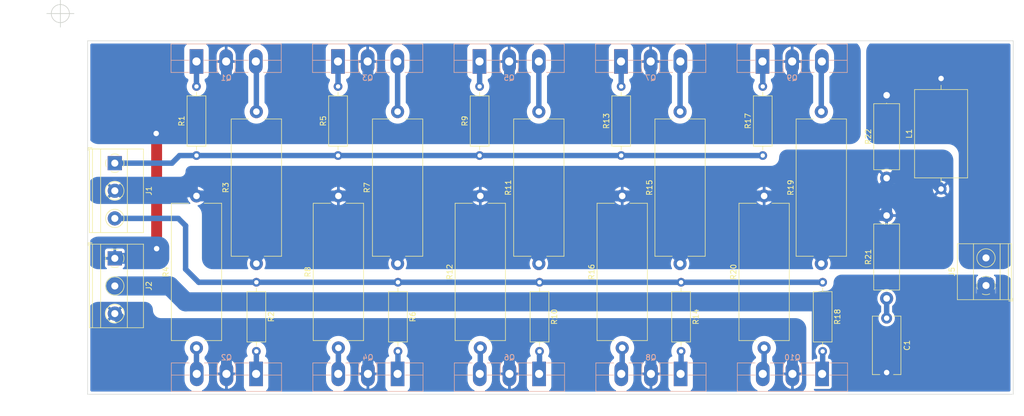
<source format=kicad_pcb>
(kicad_pcb (version 20221018) (generator pcbnew)
  (title_block (title "Barra de potencia") (date "2023-03-11") (rev "v0.0.1") (company "https://maykolrey.com"))
  (layers (0 "F.Cu" signal) (31 "B.Cu" signal) (34 "B.Paste" user) (35 "F.Paste" user) (36 "B.SilkS" user "B.Silkscreen") (37 "F.SilkS" user "F.Silkscreen") (38 "B.Mask" user) (39 "F.Mask" user) (44 "Edge.Cuts" user))
  (net 0 "")
  (net 1 "GND")
  (net 2 "Net-(Q1-Pad1)")
  (net 3 "/+VCC")
  (net 4 "Net-(Q1-Pad3)")
  (net 5 "Net-(Q2-Pad1)")
  (net 6 "/-VCC")
  (net 7 "Net-(Q2-Pad3)")
  (net 8 "Net-(Q3-Pad1)")
  (net 9 "Net-(Q3-Pad3)")
  (net 10 "Net-(Q4-Pad1)")
  (net 11 "Net-(Q4-Pad3)")
  (net 12 "Net-(Q5-Pad1)")
  (net 13 "Net-(Q5-Pad3)")
  (net 14 "Net-(Q6-Pad1)")
  (net 15 "Net-(Q6-Pad3)")
  (net 16 "Net-(Q7-Pad1)")
  (net 17 "Net-(Q7-Pad3)")
  (net 18 "Net-(Q8-Pad1)")
  (net 19 "Net-(Q8-Pad3)")
  (net 20 "Net-(Q9-Pad1)")
  (net 21 "Net-(Q9-Pad3)")
  (net 22 "Net-(Q10-Pad1)")
  (net 23 "Net-(Q10-Pad3)")
  (net 24 "Net-(C1-Pad1)")
  (net 25 "/CCP")
  (net 26 "/RET")
  (net 27 "/CCN")
  (net 28 "/OUT")
  (footprint "Resistor_THT:R_Axial_DIN0309_L9.0mm_D3.2mm_P12.70mm_Horizontal" (layer "F.Cu") (at 189 91.1 90)
    (fp_text reference "R17" (at 6.35 -2.72 90) (layer "F.SilkS"))
    (fp_text value "2.2")
    (pad "1" thru_hole circle (at 0 0 90) (size 1.6 1.6) (drill 0.8) (layers "*.Cu" "*.Mask") (net 25 "/CCP"))
    (pad "2" thru_hole oval (at 12.7 0 90) (size 1.6 1.6) (drill 0.8) (layers "*.Cu" "*.Mask") (net 20 "Net-(Q9-Pad1)"))
  )
  (footprint "Inductor_THT:L_Axial_L16.0mm_D9.5mm_P20.32mm_Horizontal_Vishay_IM-10-37" (layer "F.Cu") (at 221.75 97.25 90)
    (fp_text reference "L1" (at 10.16 -5.87 90) (layer "F.SilkS"))
    (fp_text value "5uH")
    (pad "1" thru_hole circle (at 0 0 90) (size 2 2) (drill 1) (layers "*.Cu" "*.Mask") (net 26 "/RET"))
    (pad "2" thru_hole oval (at 20.32 0 90) (size 2 2) (drill 1) (layers "*.Cu" "*.Mask") (net 28 "/OUT"))
  )
  (footprint "Resistor_THT:R_Axial_DIN0309_L9.0mm_D3.2mm_P12.70mm_Horizontal" (layer "F.Cu") (at 163 91.1 90)
    (fp_text reference "R13" (at 6.35 -2.72 90) (layer "F.SilkS"))
    (fp_text value "2.2")
    (pad "1" thru_hole circle (at 0 0 90) (size 1.6 1.6) (drill 0.8) (layers "*.Cu" "*.Mask") (net 25 "/CCP"))
    (pad "2" thru_hole oval (at 12.7 0 90) (size 1.6 1.6) (drill 0.8) (layers "*.Cu" "*.Mask") (net 16 "Net-(Q7-Pad1)"))
  )
  (footprint "Resistor_THT:R_Axial_Power_L25.0mm_W9.0mm_P27.94mm" (layer "F.Cu") (at 163.1875 126.47 90)
    (fp_text reference "R16" (at 13.97 -5.62 90) (layer "F.SilkS"))
    (fp_text value "2.2")
    (pad "1" thru_hole circle (at 0 0 90) (size 2.4 2.4) (drill 1.2) (layers "*.Cu" "*.Mask") (net 19 "Net-(Q8-Pad3)"))
    (pad "2" thru_hole oval (at 27.94 0 90) (size 2.4 2.4) (drill 1.2) (layers "*.Cu" "*.Mask") (net 26 "/RET"))
  )
  (footprint "Resistor_THT:R_Axial_Power_L25.0mm_W9.0mm_P27.94mm" (layer "F.Cu") (at 199.75 110.97 90)
    (fp_text reference "R19" (at 13.97 -5.62 90) (layer "F.SilkS"))
    (fp_text value "0.22")
    (pad "1" thru_hole circle (at 0 0 90) (size 2.4 2.4) (drill 1.2) (layers "*.Cu" "*.Mask") (net 26 "/RET"))
    (pad "2" thru_hole oval (at 27.94 0 90) (size 2.4 2.4) (drill 1.2) (layers "*.Cu" "*.Mask") (net 21 "Net-(Q9-Pad3)"))
  )
  (footprint "Resistor_THT:R_Axial_Power_L25.0mm_W9.0mm_P27.94mm" (layer "F.Cu") (at 137.125 126.47 90)
    (fp_text reference "R12" (at 13.97 -5.62 90) (layer "F.SilkS"))
    (fp_text value "2.2")
    (pad "1" thru_hole circle (at 0 0 90) (size 2.4 2.4) (drill 1.2) (layers "*.Cu" "*.Mask") (net 15 "Net-(Q6-Pad3)"))
    (pad "2" thru_hole oval (at 27.94 0 90) (size 2.4 2.4) (drill 1.2) (layers "*.Cu" "*.Mask") (net 26 "/RET"))
  )
  (footprint "Resistor_THT:R_Axial_DIN0414_L11.9mm_D4.5mm_P15.24mm_Horizontal" (layer "F.Cu") (at 211.75 117.37 90)
    (fp_text reference "R21" (at 7.62 -3.37 90) (layer "F.SilkS"))
    (fp_text value "10")
    (pad "1" thru_hole circle (at 0 0 90) (size 2.4 2.4) (drill 1.2) (layers "*.Cu" "*.Mask") (net 24 "Net-(C1-Pad1)"))
    (pad "2" thru_hole oval (at 15.24 0 90) (size 2.4 2.4) (drill 1.2) (layers "*.Cu" "*.Mask") (net 26 "/RET"))
  )
  (footprint "Resistor_THT:R_Axial_Power_L25.0mm_W9.0mm_P27.94mm" (layer "F.Cu") (at 147.875 110.97 90)
    (fp_text reference "R11" (at 13.97 -5.62 90) (layer "F.SilkS"))
    (fp_text value "0.22")
    (pad "1" thru_hole circle (at 0 0 90) (size 2.4 2.4) (drill 1.2) (layers "*.Cu" "*.Mask") (net 26 "/RET"))
    (pad "2" thru_hole oval (at 27.94 0 90) (size 2.4 2.4) (drill 1.2) (layers "*.Cu" "*.Mask") (net 13 "Net-(Q5-Pad3)"))
  )
  (footprint "Resistor_THT:R_Axial_DIN0309_L9.0mm_D3.2mm_P12.70mm_Horizontal" (layer "F.Cu") (at 111 91.1 90)
    (fp_text reference "R5" (at 6.35 -2.72 90) (layer "F.SilkS"))
    (fp_text value "2.2")
    (pad "1" thru_hole circle (at 0 0 90) (size 1.6 1.6) (drill 0.8) (layers "*.Cu" "*.Mask") (net 25 "/CCP"))
    (pad "2" thru_hole oval (at 12.7 0 90) (size 1.6 1.6) (drill 0.8) (layers "*.Cu" "*.Mask") (net 8 "Net-(Q3-Pad1)"))
  )
  (footprint "Resistor_THT:R_Axial_Power_L25.0mm_W9.0mm_P27.94mm" (layer "F.Cu") (at 96 110.97 90)
    (fp_text reference "R3" (at 13.97 -5.62 90) (layer "F.SilkS"))
    (fp_text value "0.22")
    (pad "1" thru_hole circle (at 0 0 90) (size 2.4 2.4) (drill 1.2) (layers "*.Cu" "*.Mask") (net 26 "/RET"))
    (pad "2" thru_hole oval (at 27.94 0 90) (size 2.4 2.4) (drill 1.2) (layers "*.Cu" "*.Mask") (net 4 "Net-(Q1-Pad3)"))
  )
  (footprint "Resistor_THT:R_Axial_Power_L25.0mm_W9.0mm_P27.94mm" (layer "F.Cu") (at 173.8125 110.97 90)
    (fp_text reference "R15" (at 13.97 -5.62 90) (layer "F.SilkS"))
    (fp_text value "0.22")
    (pad "1" thru_hole circle (at 0 0 90) (size 2.4 2.4) (drill 1.2) (layers "*.Cu" "*.Mask") (net 26 "/RET"))
    (pad "2" thru_hole oval (at 27.94 0 90) (size 2.4 2.4) (drill 1.2) (layers "*.Cu" "*.Mask") (net 17 "Net-(Q7-Pad3)"))
  )
  (footprint "Resistor_THT:R_Axial_DIN0309_L9.0mm_D3.2mm_P12.70mm_Horizontal" (layer "F.Cu") (at 200 114.4 -90)
    (fp_text reference "R18" (at 6.35 -2.72 90) (layer "F.SilkS"))
    (fp_text value "2.2")
    (pad "1" thru_hole circle (at 0 0 270) (size 1.6 1.6) (drill 0.8) (layers "*.Cu" "*.Mask") (net 27 "/CCN"))
    (pad "2" thru_hole oval (at 12.7 0 270) (size 1.6 1.6) (drill 0.8) (layers "*.Cu" "*.Mask") (net 22 "Net-(Q10-Pad1)"))
  )
  (footprint "TerminalBlock_Phoenix:TerminalBlock_Phoenix_MKDS-1,5-2-5.08_1x02_P5.08mm_Horizontal" (layer "F.Cu") (at 230 115 90)
    (fp_text reference "J5" (at 2.54 -6.26 90) (layer "F.SilkS"))
    (fp_text value "Conn_01x02")
    (pad "1" thru_hole rect (at 0 0 90) (size 2.6 2.6) (drill 1.3) (layers "*.Cu" "*.Mask") (net 1 "GND"))
    (pad "2" thru_hole circle (at 5.08 0 90) (size 2.6 2.6) (drill 1.3) (layers "*.Cu" "*.Mask") (net 28 "/OUT"))
  )
  (footprint "Capacitor_THT:C_Disc_D10.5mm_W5.0mm_P10.00mm" (layer "F.Cu") (at 211.75 121 -90)
    (fp_text reference "C1" (at 5 -3.75 90) (layer "F.SilkS"))
    (fp_text value "100nF")
    (pad "1" thru_hole circle (at 0 0 270) (size 2 2) (drill 1) (layers "*.Cu" "*.Mask") (net 24 "Net-(C1-Pad1)"))
    (pad "2" thru_hole circle (at 10 0 270) (size 2 2) (drill 1) (layers "*.Cu" "*.Mask") (net 1 "GND"))
  )
  (footprint "Resistor_THT:R_Axial_DIN0309_L9.0mm_D3.2mm_P12.70mm_Horizontal" (layer "F.Cu") (at 148 114.4 -90)
    (fp_text reference "R10" (at 6.35 -2.72 90) (layer "F.SilkS"))
    (fp_text value "2.2")
    (pad "1" thru_hole circle (at 0 0 270) (size 1.6 1.6) (drill 0.8) (layers "*.Cu" "*.Mask") (net 27 "/CCN"))
    (pad "2" thru_hole oval (at 12.7 0 270) (size 1.6 1.6) (drill 0.8) (layers "*.Cu" "*.Mask") (net 14 "Net-(Q6-Pad1)"))
  )
  (footprint "Resistor_THT:R_Axial_Power_L25.0mm_W9.0mm_P27.94mm" (layer "F.Cu") (at 189.25 126.47 90)
    (fp_text reference "R20" (at 13.97 -5.62 90) (layer "F.SilkS"))
    (fp_text value "2.2")
    (pad "1" thru_hole circle (at 0 0 90) (size 2.4 2.4) (drill 1.2) (layers "*.Cu" "*.Mask") (net 23 "Net-(Q10-Pad3)"))
    (pad "2" thru_hole oval (at 27.94 0 90) (size 2.4 2.4) (drill 1.2) (layers "*.Cu" "*.Mask") (net 26 "/RET"))
  )
  (footprint "Resistor_THT:R_Axial_DIN0309_L9.0mm_D3.2mm_P12.70mm_Horizontal" (layer "F.Cu") (at 96 114.4 -90)
    (fp_text reference "R2" (at 6.35 -2.72 90) (layer "F.SilkS"))
    (fp_text value "2.2")
    (pad "1" thru_hole circle (at 0 0 270) (size 1.6 1.6) (drill 0.8) (layers "*.Cu" "*.Mask") (net 27 "/CCN"))
    (pad "2" thru_hole oval (at 12.7 0 270) (size 1.6 1.6) (drill 0.8) (layers "*.Cu" "*.Mask") (net 5 "Net-(Q2-Pad1)"))
  )
  (footprint "Resistor_THT:R_Axial_DIN0414_L11.9mm_D4.5mm_P15.24mm_Horizontal" (layer "F.Cu") (at 211.75 95.25 90)
    (fp_text reference "R22" (at 7.62 -3.37 90) (layer "F.SilkS"))
    (fp_text value "10")
    (pad "1" thru_hole circle (at 0 0 90) (size 2.4 2.4) (drill 1.2) (layers "*.Cu" "*.Mask") (net 26 "/RET"))
    (pad "2" thru_hole oval (at 15.24 0 90) (size 2.4 2.4) (drill 1.2) (layers "*.Cu" "*.Mask") (net 28 "/OUT"))
  )
  (footprint "Resistor_THT:R_Axial_Power_L25.0mm_W9.0mm_P27.94mm" (layer "F.Cu") (at 121.9375 110.97 90)
    (fp_text reference "R7" (at 13.97 -5.62 90) (layer "F.SilkS"))
    (fp_text value "0.22")
    (pad "1" thru_hole circle (at 0 0 90) (size 2.4 2.4) (drill 1.2) (layers "*.Cu" "*.Mask") (net 26 "/RET"))
    (pad "2" thru_hole oval (at 27.94 0 90) (size 2.4 2.4) (drill 1.2) (layers "*.Cu" "*.Mask") (net 9 "Net-(Q3-Pad3)"))
  )
  (footprint "TerminalBlock_Phoenix:TerminalBlock_Phoenix_MKDS-1,5-3-5.08_1x03_P5.08mm_Horizontal" (layer "F.Cu") (at 70 92.5 -90)
    (fp_text reference "J1" (at 5.08 -6.26 90) (layer "F.SilkS"))
    (fp_text value "Conn_01x03")
    (pad "1" thru_hole rect (at 0 0 270) (size 2.6 2.6) (drill 1.3) (layers "*.Cu" "*.Mask") (net 25 "/CCP"))
    (pad "2" thru_hole circle (at 5.08 0 270) (size 2.6 2.6) (drill 1.3) (layers "*.Cu" "*.Mask") (net 26 "/RET"))
    (pad "3" thru_hole circle (at 10.16 0 270) (size 2.6 2.6) (drill 1.3) (layers "*.Cu" "*.Mask") (net 27 "/CCN"))
  )
  (footprint "Resistor_THT:R_Axial_Power_L25.0mm_W9.0mm_P27.94mm" (layer "F.Cu") (at 111.0625 126.47 90)
    (fp_text reference "R8" (at 13.97 -5.62 90) (layer "F.SilkS"))
    (fp_text value "2.2")
    (pad "1" thru_hole circle (at 0 0 90) (size 2.4 2.4) (drill 1.2) (layers "*.Cu" "*.Mask") (net 11 "Net-(Q4-Pad3)"))
    (pad "2" thru_hole oval (at 27.94 0 90) (size 2.4 2.4) (drill 1.2) (layers "*.Cu" "*.Mask") (net 26 "/RET"))
  )
  (footprint "Resistor_THT:R_Axial_DIN0309_L9.0mm_D3.2mm_P12.70mm_Horizontal" (layer "F.Cu") (at 85 91.1 90)
    (fp_text reference "R1" (at 6.35 -2.72 90) (layer "F.SilkS"))
    (fp_text value "2.2")
    (pad "1" thru_hole circle (at 0 0 90) (size 1.6 1.6) (drill 0.8) (layers "*.Cu" "*.Mask") (net 25 "/CCP"))
    (pad "2" thru_hole oval (at 12.7 0 90) (size 1.6 1.6) (drill 0.8) (layers "*.Cu" "*.Mask") (net 2 "Net-(Q1-Pad1)"))
  )
  (footprint "TerminalBlock_Phoenix:TerminalBlock_Phoenix_MKDS-1,5-3-5.08_1x03_P5.08mm_Horizontal" (layer "F.Cu") (at 70 110 -90)
    (fp_text reference "J2" (at 5.08 -6.26 90) (layer "F.SilkS"))
    (fp_text value "Conn_01x03")
    (pad "1" thru_hole rect (at 0 0 270) (size 2.6 2.6) (drill 1.3) (layers "*.Cu" "*.Mask") (net 3 "/+VCC"))
    (pad "2" thru_hole circle (at 5.08 0 270) (size 2.6 2.6) (drill 1.3) (layers "*.Cu" "*.Mask") (net 1 "GND"))
    (pad "3" thru_hole circle (at 10.16 0 270) (size 2.6 2.6) (drill 1.3) (layers "*.Cu" "*.Mask") (net 6 "/-VCC"))
  )
  (footprint "Resistor_THT:R_Axial_DIN0309_L9.0mm_D3.2mm_P12.70mm_Horizontal" (layer "F.Cu") (at 174 114.4 -90)
    (fp_text reference "R14" (at 6.35 -2.72 90) (layer "F.SilkS"))
    (fp_text value "2.2")
    (pad "1" thru_hole circle (at 0 0 270) (size 1.6 1.6) (drill 0.8) (layers "*.Cu" "*.Mask") (net 27 "/CCN"))
    (pad "2" thru_hole oval (at 12.7 0 270) (size 1.6 1.6) (drill 0.8) (layers "*.Cu" "*.Mask") (net 18 "Net-(Q8-Pad1)"))
  )
  (footprint "Resistor_THT:R_Axial_DIN0309_L9.0mm_D3.2mm_P12.70mm_Horizontal" (layer "F.Cu") (at 137 91.1 90)
    (fp_text reference "R9" (at 6.35 -2.72 90) (layer "F.SilkS"))
    (fp_text value "2.2")
    (pad "1" thru_hole circle (at 0 0 90) (size 1.6 1.6) (drill 0.8) (layers "*.Cu" "*.Mask") (net 25 "/CCP"))
    (pad "2" thru_hole oval (at 12.7 0 90) (size 1.6 1.6) (drill 0.8) (layers "*.Cu" "*.Mask") (net 12 "Net-(Q5-Pad1)"))
  )
  (footprint "Resistor_THT:R_Axial_Power_L25.0mm_W9.0mm_P27.94mm" (layer "F.Cu") (at 85 126.47 90)
    (fp_text reference "R4" (at 13.97 -5.62 90) (layer "F.SilkS"))
    (fp_text value "2.2")
    (pad "1" thru_hole circle (at 0 0 90) (size 2.4 2.4) (drill 1.2) (layers "*.Cu" "*.Mask") (net 7 "Net-(Q2-Pad3)"))
    (pad "2" thru_hole oval (at 27.94 0 90) (size 2.4 2.4) (drill 1.2) (layers "*.Cu" "*.Mask") (net 26 "/RET"))
  )
  (footprint "Resistor_THT:R_Axial_DIN0309_L9.0mm_D3.2mm_P12.70mm_Horizontal" (layer "F.Cu") (at 122 114.4 -90)
    (fp_text reference "R6" (at 6.35 -2.72 90) (layer "F.SilkS"))
    (fp_text value "2.2")
    (pad "1" thru_hole circle (at 0 0 270) (size 1.6 1.6) (drill 0.8) (layers "*.Cu" "*.Mask") (net 27 "/CCN"))
    (pad "2" thru_hole oval (at 12.7 0 270) (size 1.6 1.6) (drill 0.8) (layers "*.Cu" "*.Mask") (net 10 "Net-(Q4-Pad1)"))
  )
  (footprint "Package_TO_SOT_THT:TO-264-3_Vertical" (layer "B.Cu") (at 188.95 73.8)
    (fp_text reference "Q9" (at 5.45 3.02 180) (layer "B.SilkS") (effects (justify mirror)))
    (fp_text value "2SC5200")
    (pad "1" thru_hole rect (at 0 0) (size 2.5 4.5) (drill 1.5) (layers "*.Cu" "*.Mask") (net 20 "Net-(Q9-Pad1)"))
    (pad "2" thru_hole oval (at 5.45 0) (size 2.5 4.5) (drill 1.5) (layers "*.Cu" "*.Mask") (net 3 "/+VCC"))
    (pad "3" thru_hole oval (at 10.9 0) (size 2.5 4.5) (drill 1.5) (layers "*.Cu" "*.Mask") (net 21 "Net-(Q9-Pad3)"))
  )
  (footprint "Package_TO_SOT_THT:TO-264-3_Vertical" (layer "B.Cu") (at 110.9875 73.8)
    (fp_text reference "Q3" (at 5.45 3.02 180) (layer "B.SilkS") (effects (justify mirror)))
    (fp_text value "2SC5200")
    (pad "1" thru_hole rect (at 0 0) (size 2.5 4.5) (drill 1.5) (layers "*.Cu" "*.Mask") (net 8 "Net-(Q3-Pad1)"))
    (pad "2" thru_hole oval (at 5.45 0) (size 2.5 4.5) (drill 1.5) (layers "*.Cu" "*.Mask") (net 3 "/+VCC"))
    (pad "3" thru_hole oval (at 10.9 0) (size 2.5 4.5) (drill 1.5) (layers "*.Cu" "*.Mask") (net 9 "Net-(Q3-Pad3)"))
  )
  (footprint "Package_TO_SOT_THT:TO-264-3_Vertical" (layer "B.Cu") (at 121.9375 131.25 180)
    (fp_text reference "Q4" (at 5.45 3.02) (layer "B.SilkS") (effects (justify mirror)))
    (fp_text value "2SA1943")
    (pad "1" thru_hole rect (at 0 0 180) (size 2.5 4.5) (drill 1.5) (layers "*.Cu" "*.Mask") (net 10 "Net-(Q4-Pad1)"))
    (pad "2" thru_hole oval (at 5.45 0 180) (size 2.5 4.5) (drill 1.5) (layers "*.Cu" "*.Mask") (net 6 "/-VCC"))
    (pad "3" thru_hole oval (at 10.9 0 180) (size 2.5 4.5) (drill 1.5) (layers "*.Cu" "*.Mask") (net 11 "Net-(Q4-Pad3)"))
  )
  (footprint "Package_TO_SOT_THT:TO-264-3_Vertical" (layer "B.Cu") (at 199.9 131.25 180)
    (fp_text reference "Q10" (at 5.45 3.02) (layer "B.SilkS") (effects (justify mirror)))
    (fp_text value "2SA1943")
    (pad "1" thru_hole rect (at 0 0 180) (size 2.5 4.5) (drill 1.5) (layers "*.Cu" "*.Mask") (net 22 "Net-(Q10-Pad1)"))
    (pad "2" thru_hole oval (at 5.45 0 180) (size 2.5 4.5) (drill 1.5) (layers "*.Cu" "*.Mask") (net 6 "/-VCC"))
    (pad "3" thru_hole oval (at 10.9 0 180) (size 2.5 4.5) (drill 1.5) (layers "*.Cu" "*.Mask") (net 23 "Net-(Q10-Pad3)"))
  )
  (footprint "Package_TO_SOT_THT:TO-264-3_Vertical" (layer "B.Cu") (at 147.925 131.25 180)
    (fp_text reference "Q6" (at 5.45 3.02) (layer "B.SilkS") (effects (justify mirror)))
    (fp_text value "2SA1943")
    (pad "1" thru_hole rect (at 0 0 180) (size 2.5 4.5) (drill 1.5) (layers "*.Cu" "*.Mask") (net 14 "Net-(Q6-Pad1)"))
    (pad "2" thru_hole oval (at 5.45 0 180) (size 2.5 4.5) (drill 1.5) (layers "*.Cu" "*.Mask") (net 6 "/-VCC"))
    (pad "3" thru_hole oval (at 10.9 0 180) (size 2.5 4.5) (drill 1.5) (layers "*.Cu" "*.Mask") (net 15 "Net-(Q6-Pad3)"))
  )
  (footprint "Package_TO_SOT_THT:TO-264-3_Vertical" (layer "B.Cu") (at 85 73.8)
    (fp_text reference "Q1" (at 5.45 3.02 180) (layer "B.SilkS") (effects (justify mirror)))
    (fp_text value "2SC5200")
    (pad "1" thru_hole rect (at 0 0) (size 2.5 4.5) (drill 1.5) (layers "*.Cu" "*.Mask") (net 2 "Net-(Q1-Pad1)"))
    (pad "2" thru_hole oval (at 5.45 0) (size 2.5 4.5) (drill 1.5) (layers "*.Cu" "*.Mask") (net 3 "/+VCC"))
    (pad "3" thru_hole oval (at 10.9 0) (size 2.5 4.5) (drill 1.5) (layers "*.Cu" "*.Mask") (net 4 "Net-(Q1-Pad3)"))
  )
  (footprint "Package_TO_SOT_THT:TO-264-3_Vertical" (layer "B.Cu") (at 136.975 73.8)
    (fp_text reference "Q5" (at 5.45 3.02 180) (layer "B.SilkS") (effects (justify mirror)))
    (fp_text value "2SC5200")
    (pad "1" thru_hole rect (at 0 0) (size 2.5 4.5) (drill 1.5) (layers "*.Cu" "*.Mask") (net 12 "Net-(Q5-Pad1)"))
    (pad "2" thru_hole oval (at 5.45 0) (size 2.5 4.5) (drill 1.5) (layers "*.Cu" "*.Mask") (net 3 "/+VCC"))
    (pad "3" thru_hole oval (at 10.9 0) (size 2.5 4.5) (drill 1.5) (layers "*.Cu" "*.Mask") (net 13 "Net-(Q5-Pad3)"))
  )
  (footprint "Package_TO_SOT_THT:TO-264-3_Vertical" (layer "B.Cu") (at 173.9125 131.25 180)
    (fp_text reference "Q8" (at 5.45 3.02) (layer "B.SilkS") (effects (justify mirror)))
    (fp_text value "2SA1943")
    (pad "1" thru_hole rect (at 0 0 180) (size 2.5 4.5) (drill 1.5) (layers "*.Cu" "*.Mask") (net 18 "Net-(Q8-Pad1)"))
    (pad "2" thru_hole oval (at 5.45 0 180) (size 2.5 4.5) (drill 1.5) (layers "*.Cu" "*.Mask") (net 6 "/-VCC"))
    (pad "3" thru_hole oval (at 10.9 0 180) (size 2.5 4.5) (drill 1.5) (layers "*.Cu" "*.Mask") (net 19 "Net-(Q8-Pad3)"))
  )
  (footprint "Package_TO_SOT_THT:TO-264-3_Vertical" (layer "B.Cu") (at 162.9625 73.8)
    (fp_text reference "Q7" (at 5.45 3.02 180) (layer "B.SilkS") (effects (justify mirror)))
    (fp_text value "2SC5200")
    (pad "1" thru_hole rect (at 0 0) (size 2.5 4.5) (drill 1.5) (layers "*.Cu" "*.Mask") (net 16 "Net-(Q7-Pad1)"))
    (pad "2" thru_hole oval (at 5.45 0) (size 2.5 4.5) (drill 1.5) (layers "*.Cu" "*.Mask") (net 3 "/+VCC"))
    (pad "3" thru_hole oval (at 10.9 0) (size 2.5 4.5) (drill 1.5) (layers "*.Cu" "*.Mask") (net 17 "Net-(Q7-Pad3)"))
  )
  (footprint "Package_TO_SOT_THT:TO-264-3_Vertical" (layer "B.Cu") (at 95.95 131.25 180)
    (fp_text reference "Q2" (at 5.45 3.02) (layer "B.SilkS") (effects (justify mirror)))
    (fp_text value "2SA1943")
    (pad "1" thru_hole rect (at 0 0 180) (size 2.5 4.5) (drill 1.5) (layers "*.Cu" "*.Mask") (net 5 "Net-(Q2-Pad1)"))
    (pad "2" thru_hole oval (at 5.45 0 180) (size 2.5 4.5) (drill 1.5) (layers "*.Cu" "*.Mask") (net 6 "/-VCC"))
    (pad "3" thru_hole oval (at 10.9 0 180) (size 2.5 4.5) (drill 1.5) (layers "*.Cu" "*.Mask") (net 7 "Net-(Q2-Pad3)"))
  )
  (gr_line (start 235 135) (end 65 135) (stroke (width 0.1)) (layer "Edge.Cuts"))
  (gr_line (start 65 70) (end 235 70) (stroke (width 0.1)) (layer "Edge.Cuts"))
  (gr_line (start 235 70) (end 235 135) (stroke (width 0.1)) (layer "Edge.Cuts"))
  (gr_line (start 65 135) (end 65 70) (stroke (width 0.1)) (layer "Edge.Cuts"))
  (target plus (at 60 65) (size 5) (width 0.1) (layer "Edge.Cuts"))
  (target plus (at 60 65) (size 5) (width 0.1) (layer "Edge.Cuts"))
  (segment (start 230 124.12) (end 230 115) (width 3.5) (layer "B.Cu") (net 1))
  (segment (start 70 115.08) (end 80.08 115.08) (width 3.5) (layer "B.Cu") (net 1))
  (segment (start 80.08 115.08) (end 83 118) (width 3.5) (layer "B.Cu") (net 1))
  (segment (start 211.75 130.75) (end 211.75 131) (width 3.5) (layer "B.Cu") (net 1))
  (segment (start 83 118) (end 199 118) (width 3.5) (layer "B.Cu") (net 1))
  (segment (start 199 118) (end 211.75 130.75) (width 3.5) (layer "B.Cu") (net 1))
  (segment (start 223.12 131) (end 230 124.12) (width 3.5) (layer "B.Cu") (net 1))
  (segment (start 211.75 131) (end 223.12 131) (width 3.5) (layer "B.Cu") (net 1))
  (segment (start 85 78.4) (end 85 73.8) (width 1) (layer "B.Cu") (net 2))
  (segment (start 77.68 108.22) (end 77.68 87.12) (width 2) (layer "F.Cu") (net 3))
  (segment (start 77.68 87.12) (end 77.6 87.04) (width 2) (layer "F.Cu") (net 3))
  (via (at 77.68 108.22) (size 2) (drill 1) (layers "F.Cu" "B.Cu") (net 3))
  (via (at 77.6 87.04) (size 2) (drill 1) (layers "F.Cu" "B.Cu") (net 3))
  (segment (start 90.5 73) (end 90.5 83.58) (width 2) (layer "B.Cu") (net 3))
  (segment (start 93.89 86.97) (end 77.67 86.97) (width 2) (layer "B.Cu") (net 3))
  (segment (start 70 110) (end 75.9 110) (width 2) (layer "B.Cu") (net 3))
  (segment (start 113.32 87) (end 138.2 87) (width 2) (layer "B.Cu") (net 3))
  (segment (start 138.2 87) (end 142.475 82.725) (width 2) (layer "B.Cu") (net 3))
  (segment (start 77.67 86.97) (end 77.6 87.04) (width 2) (layer "B.Cu") (net 3))
  (segment (start 93.92 87) (end 113.32 87) (width 2) (layer "B.Cu") (net 3))
  (segment (start 116.4875 83.8325) (end 116.4875 73) (width 2) (layer "B.Cu") (net 3))
  (segment (start 93.92 87) (end 93.89 86.97) (width 2) (layer "B.Cu") (net 3))
  (segment (start 75.9 110) (end 77.68 108.22) (width 2) (layer "B.Cu") (net 3))
  (segment (start 90.5 83.58) (end 93.92 87) (width 2) (layer "B.Cu") (net 3))
  (segment (start 165.37 87) (end 138.2 87) (width 2) (layer "B.Cu") (net 3))
  (segment (start 168.4625 73) (end 168.4625 83.9075) (width 2) (layer "B.Cu") (net 3))
  (segment (start 194.45 84.17) (end 191.62 87) (width 2) (layer "B.Cu") (net 3))
  (segment (start 168.4625 83.9075) (end 165.37 87) (width 2) (layer "B.Cu") (net 3))
  (segment (start 191.62 87) (end 165.37 87) (width 2) (layer "B.Cu") (net 3))
  (segment (start 142.475 82.725) (end 142.475 73) (width 2) (layer "B.Cu") (net 3))
  (segment (start 113.32 87) (end 116.4875 83.8325) (width 2) (layer "B.Cu") (net 3))
  (segment (start 194.45 73) (end 194.45 84.17) (width 2) (layer "B.Cu") (net 3))
  (segment (start 96 83.03) (end 96 73.9) (width 1) (layer "B.Cu") (net 4))
  (segment (start 96 73.9) (end 95.9 73.8) (width 1) (layer "B.Cu") (net 4))
  (segment (start 96 131.2) (end 95.95 131.25) (width 1) (layer "B.Cu") (net 5))
  (segment (start 96 127.1) (end 96 131.2) (width 1) (layer "B.Cu") (net 5))
  (segment (start 70 120.16) (end 72.48 122.64) (width 2) (layer "B.Cu") (net 6))
  (segment (start 72.48 122.64) (end 88.23 122.64) (width 2) (layer "B.Cu") (net 6))
  (segment (start 194.45 131.25) (end 194.45 125.45) (width 2) (layer "B.Cu") (net 6))
  (segment (start 116.4875 124.5325) (end 116.4875 131.25) (width 2) (layer "B.Cu") (net 6))
  (segment (start 90.5 124.91) (end 90.5 131.25) (width 2) (layer "B.Cu") (net 6))
  (segment (start 168.4625 131.25) (end 168.4625 126.3725) (width 2) (layer "B.Cu") (net 6))
  (segment (start 142.475 124.315) (end 142.475 131.25) (width 2) (layer "B.Cu") (net 6))
  (segment (start 164.73 122.64) (end 140.8 122.64) (width 2) (layer "B.Cu") (net 6))
  (segment (start 191.64 122.64) (end 164.73 122.64) (width 2) (layer "B.Cu") (net 6))
  (segment (start 168.4625 126.3725) (end 164.73 122.64) (width 2) (layer "B.Cu") (net 6))
  (segment (start 140.8 122.64) (end 142.475 124.315) (width 2) (layer "B.Cu") (net 6))
  (segment (start 114.64 122.64) (end 116.51 124.51) (width 2) (layer "B.Cu") (net 6))
  (segment (start 88.23 122.64) (end 114.64 122.64) (width 2) (layer "B.Cu") (net 6))
  (segment (start 114.64 122.64) (end 140.8 122.64) (width 2) (layer "B.Cu") (net 6))
  (segment (start 194.45 125.45) (end 191.64 122.64) (width 2) (layer "B.Cu") (net 6))
  (segment (start 116.51 124.51) (end 116.4875 124.5325) (width 2) (layer "B.Cu") (net 6))
  (segment (start 88.23 122.64) (end 90.5 124.91) (width 2) (layer "B.Cu") (net 6))
  (segment (start 85 131.2) (end 85.05 131.25) (width 1) (layer "B.Cu") (net 7))
  (segment (start 85 126.47) (end 85 131.2) (width 1) (layer "B.Cu") (net 7))
  (segment (start 111 73.8125) (end 110.9875 73.8) (width 1) (layer "B.Cu") (net 8))
  (segment (start 111 78.4) (end 111 73.8125) (width 1) (layer "B.Cu") (net 8))
  (segment (start 121.9375 83.03) (end 121.9375 73) (width 1) (layer "B.Cu") (net 9))
  (segment (start 122 131.1875) (end 121.9375 131.25) (width 1) (layer "B.Cu") (net 10))
  (segment (start 122 127.1) (end 122 131.1875) (width 1) (layer "B.Cu") (net 10))
  (segment (start 111.0625 126.47) (end 111.0625 131.225) (width 1) (layer "B.Cu") (net 11))
  (segment (start 111.0625 131.225) (end 111.0375 131.25) (width 1) (layer "B.Cu") (net 11))
  (segment (start 137 78.4) (end 137 73.825) (width 1) (layer "B.Cu") (net 12))
  (segment (start 137 73.825) (end 136.975 73.8) (width 1) (layer "B.Cu") (net 12))
  (segment (start 147.875 83.03) (end 147.875 73.8) (width 1) (layer "B.Cu") (net 13))
  (segment (start 148 131.175) (end 147.925 131.25) (width 1) (layer "B.Cu") (net 14))
  (segment (start 148 127.1) (end 148 131.175) (width 1) (layer "B.Cu") (net 14))
  (segment (start 137.125 126.47) (end 137.125 131.15) (width 1) (layer "B.Cu") (net 15))
  (segment (start 137.125 131.15) (end 137.025 131.25) (width 1) (layer "B.Cu") (net 15))
  (segment (start 163 73.8375) (end 162.9625 73.8) (width 1) (layer "B.Cu") (net 16))
  (segment (start 163 78.4) (end 163 73.8375) (width 1) (layer "B.Cu") (net 16))
  (segment (start 173.8125 73.85) (end 173.8625 73.8) (width 1) (layer "B.Cu") (net 17))
  (segment (start 173.8125 83.03) (end 173.8125 73.85) (width 1) (layer "B.Cu") (net 17))
  (segment (start 174 131.1625) (end 173.9125 131.25) (width 1) (layer "B.Cu") (net 18))
  (segment (start 174 127.1) (end 174 131.1625) (width 1) (layer "B.Cu") (net 18))
  (segment (start 163.1875 126.47) (end 163.1875 131.075) (width 1) (layer "B.Cu") (net 19))
  (segment (start 163.1875 131.075) (end 163.0125 131.25) (width 1) (layer "B.Cu") (net 19))
  (segment (start 189 78.4) (end 189 73) (width 1) (layer "B.Cu") (net 20))
  (segment (start 199.75 83.03) (end 199.75 73.9) (width 1) (layer "B.Cu") (net 21))
  (segment (start 199.75 73.9) (end 199.85 73.8) (width 1) (layer "B.Cu") (net 21))
  (segment (start 200 127.1) (end 200 131.15) (width 1) (layer "B.Cu") (net 22))
  (segment (start 200 131.15) (end 199.9 131.25) (width 1) (layer "B.Cu") (net 22))
  (segment (start 189.25 126.47) (end 189.25 131) (width 1) (layer "B.Cu") (net 23))
  (segment (start 189.25 131) (end 189 131.25) (width 1) (layer "B.Cu") (net 23))
  (segment (start 211.75 117.37) (end 211.75 121) (width 1) (layer "B.Cu") (net 24))
  (segment (start 85 91.1) (end 111 91.1) (width 1) (layer "B.Cu") (net 25))
  (segment (start 81.9 91.1) (end 80.5 92.5) (width 1) (layer "B.Cu") (net 25))
  (segment (start 111 91.1) (end 137 91.1) (width 1) (layer "B.Cu") (net 25))
  (segment (start 163 91.1) (end 189 91.1) (width 1) (layer "B.Cu") (net 25))
  (segment (start 80.5 92.5) (end 70 92.5) (width 1) (layer "B.Cu") (net 25))
  (segment (start 85 91.1) (end 81.9 91.1) (width 1) (layer "B.Cu") (net 25))
  (segment (start 137 91.1) (end 163 91.1) (width 1) (layer "B.Cu") (net 25))
  (segment (start 137.125 98.53) (end 143.53 98.53) (width 2) (layer "B.Cu") (net 26))
  (segment (start 199.75 101.75) (end 199.75 110.97) (width 2) (layer "B.Cu") (net 26))
  (segment (start 196.53 98.53) (end 199.75 101.75) (width 2) (layer "B.Cu") (net 26))
  (segment (start 111.0625 98.53) (end 118.53 98.53) (width 2) (layer "B.Cu") (net 26))
  (segment (start 177.47 98.53) (end 189.25 98.53) (width 2) (layer "B.Cu") (net 26))
  (segment (start 100.47 98.53) (end 111.0625 98.53) (width 2) (layer "B.Cu") (net 26))
  (segment (start 147.875 110.97) (end 147.875 103.125) (width 2) (layer "B.Cu") (net 26))
  (segment (start 143.53 98.53) (end 147.875 102.875) (width 2) (layer "B.Cu") (net 26))
  (segment (start 125.47 98.53) (end 137.125 98.53) (width 2) (layer "B.Cu") (net 26))
  (segment (start 84.05 97.58) (end 85 98.53) (width 2) (layer "B.Cu") (net 26))
  (segment (start 92.53 98.53) (end 96 102) (width 2) (layer "B.Cu") (net 26))
  (segment (start 201.87 102.13) (end 211.75 102.13) (width 2) (layer "B.Cu") (net 26))
  (segment (start 219.75 95.25) (end 221.75 97.25) (width 2) (layer "B.Cu") (net 26))
  (segment (start 70 97.58) (end 84.05 97.58) (width 2) (layer "B.Cu") (net 26))
  (segment (start 173.8125 102.8125) (end 173.8125 110.97) (width 2) (layer "B.Cu") (net 26))
  (segment (start 121.9375 110.97) (end 121.9375 102.0625) (width 2) (layer "B.Cu") (net 26))
  (segment (start 96 110.97) (end 96 103) (width 2) (layer "B.Cu") (net 26))
  (segment (start 152.47 98.53) (end 163.1875 98.53) (width 2) (layer "B.Cu") (net 26))
  (segment (start 118.53 98.53) (end 121.9375 101.9375) (width 2) (layer "B.Cu") (net 26))
  (segment (start 199.75 104.25) (end 201.87 102.13) (width 2) (layer "B.Cu") (net 26))
  (segment (start 163.1875 98.53) (end 169.53 98.53) (width 2) (layer "B.Cu") (net 26))
  (segment (start 211.75 95.25) (end 219.75 95.25) (width 2) (layer "B.Cu") (net 26))
  (segment (start 147.875 102.875) (end 147.875 110.97) (width 2) (layer "B.Cu") (net 26))
  (segment (start 121.9375 101.9375) (end 121.9375 110.97) (width 2) (layer "B.Cu") (net 26))
  (segment (start 173.8125 102.1875) (end 177.47 98.53) (width 2) (layer "B.Cu") (net 26))
  (segment (start 121.9375 102.0625) (end 125.47 98.53) (width 2) (layer "B.Cu") (net 26))
  (segment (start 173.8125 110.97) (end 173.8125 102.1875) (width 2) (layer "B.Cu") (net 26))
  (segment (start 96 102) (end 96 110.97) (width 2) (layer "B.Cu") (net 26))
  (segment (start 199.75 110.97) (end 199.75 104.25) (width 2) (layer "B.Cu") (net 26))
  (segment (start 85 98.53) (end 92.53 98.53) (width 2) (layer "B.Cu") (net 26))
  (segment (start 96 103) (end 100.47 98.53) (width 2) (layer "B.Cu") (net 26))
  (segment (start 211.75 102.13) (end 211.75 95.25) (width 2) (layer "B.Cu") (net 26))
  (segment (start 189.25 98.53) (end 196.53 98.53) (width 2) (layer "B.Cu") (net 26))
  (segment (start 147.875 103.125) (end 152.47 98.53) (width 2) (layer "B.Cu") (net 26))
  (segment (start 169.53 98.53) (end 173.8125 102.8125) (width 2) (layer "B.Cu") (net 26))
  (segment (start 83 104) (end 81.66 102.66) (width 1) (layer "B.Cu") (net 27))
  (segment (start 148 114.4) (end 174 114.4) (width 1) (layer "B.Cu") (net 27))
  (segment (start 174 114.4) (end 200 114.4) (width 1) (layer "B.Cu") (net 27))
  (segment (start 122 114.4) (end 148 114.4) (width 1) (layer "B.Cu") (net 27))
  (segment (start 96 114.4) (end 85.4 114.4) (width 1) (layer "B.Cu") (net 27))
  (segment (start 81.66 102.66) (end 70 102.66) (width 1) (layer "B.Cu") (net 27))
  (segment (start 83 112) (end 83 104) (width 1) (layer "B.Cu") (net 27))
  (segment (start 96 114.4) (end 122 114.4) (width 1) (layer "B.Cu") (net 27))
  (segment (start 85.4 114.4) (end 83 112) (width 1) (layer "B.Cu") (net 27))
  (segment (start 224.16 76.93) (end 221.75 76.93) (width 4) (layer "B.Cu") (net 28))
  (segment (start 221.75 76.93) (end 214.83 76.93) (width 4) (layer "B.Cu") (net 28))
  (segment (start 230 82.77) (end 224.16 76.93) (width 4) (layer "B.Cu") (net 28))
  (segment (start 214.83 76.93) (end 211.75 80.01) (width 4) (layer "B.Cu") (net 28))
  (segment (start 230 109.92) (end 230 82.77) (width 4) (layer "B.Cu") (net 28))
  (zone (net 26) (net_name "/RET") (layer "B.Cu") (connect_pads (clearance 0.508)) (min_thickness 0.254) (fill yes (thermal_gap 0.508) (thermal_bridge_width 0.508) (smoothing fillet) (radius 2))
    (polygon (pts (xy 224 112) (xy 86 112) (xy 86 100) (xy 63 100) (xy 63 95) (xy 83 95) (xy 83 93) (xy 192 93) (xy 192 90) (xy 224 90)))
  )
  (zone (net 1) (net_name "GND") (layer "B.Cu") (connect_pads (clearance 0.508)) (min_thickness 0.254) (fill yes (thermal_gap 0.508) (thermal_bridge_width 0.508) (smoothing fillet) (radius 2))
    (polygon (pts (xy 237 139) (xy 198 139) (xy 198 116) (xy 202 116) (xy 202 113) (xy 227 113) (xy 237 113)))
  )
  (zone (net 3) (net_name "/+VCC") (layer "B.Cu") (connect_pads (clearance 0.508)) (min_thickness 0.254) (fill yes (thermal_gap 0.508) (thermal_bridge_width 0.508) (smoothing fillet) (radius 2))
    (polygon (pts (xy 80 112) (xy 63 112) (xy 63 106) (xy 80 106)))
  )
  (zone (net 28) (net_name "/OUT") (layer "B.Cu") (connect_pads (clearance 0.508)) (min_thickness 0.254) (fill yes (thermal_gap 0.508) (thermal_bridge_width 0.508) (smoothing fillet) (radius 2))
    (polygon (pts (xy 237 112) (xy 225 112) (xy 225 89) (xy 208 89) (xy 208 68) (xy 237 68)))
  )
  (zone (net 6) (net_name "/-VCC") (layer "B.Cu") (connect_pads (clearance 0.508)) (min_thickness 0.254) (fill yes (thermal_gap 0.508) (thermal_bridge_width 0.508) (smoothing fillet) (radius 2))
    (polygon (pts (xy 197 139) (xy 63 139) (xy 63 118) (xy 77 118) (xy 77 121) (xy 197 121)))
  )
  (zone (net 3) (net_name "/+VCC") (layer "B.Cu") (connect_pads (clearance 0.508)) (min_thickness 0.254) (fill yes (thermal_gap 0.508) (thermal_bridge_width 0.508) (smoothing fillet) (radius 2))
    (polygon (pts (xy 207 89) (xy 63 89) (xy 63 68) (xy 207 68)))
  )
)
</source>
